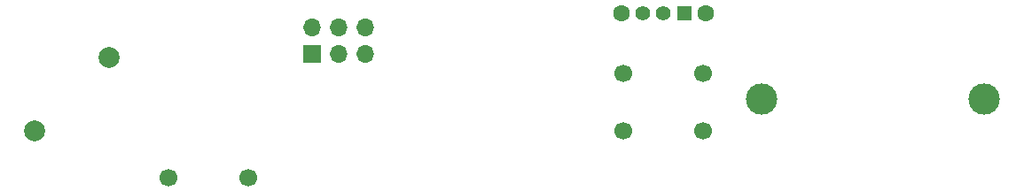
<source format=gbr>
%TF.GenerationSoftware,KiCad,Pcbnew,8.0.5*%
%TF.CreationDate,2024-12-02T23:37:23+00:00*%
%TF.ProjectId,piano-board,7069616e-6f2d-4626-9f61-72642e6b6963,rev?*%
%TF.SameCoordinates,Original*%
%TF.FileFunction,Soldermask,Bot*%
%TF.FilePolarity,Negative*%
%FSLAX46Y46*%
G04 Gerber Fmt 4.6, Leading zero omitted, Abs format (unit mm)*
G04 Created by KiCad (PCBNEW 8.0.5) date 2024-12-02 23:37:23*
%MOMM*%
%LPD*%
G01*
G04 APERTURE LIST*
%ADD10C,2.000000*%
%ADD11C,1.700000*%
%ADD12C,1.600000*%
%ADD13R,1.400000X1.400000*%
%ADD14C,1.400000*%
%ADD15C,3.000000*%
%ADD16R,1.700000X1.700000*%
%ADD17O,1.700000X1.700000*%
G04 APERTURE END LIST*
D10*
%TO.C,LS1*%
X164035534Y-46964466D03*
X156964466Y-54035534D03*
%TD*%
D11*
%TO.C,SW2*%
X213190000Y-48500000D03*
X220810000Y-48500000D03*
%TD*%
D12*
%TO.C,SW1*%
X221000000Y-42750000D03*
X213000000Y-42750000D03*
D13*
X219000000Y-42750000D03*
D14*
X217000000Y-42750000D03*
X215000000Y-42750000D03*
%TD*%
D11*
%TO.C,SW3*%
X213190000Y-54000000D03*
X220810000Y-54000000D03*
%TD*%
D15*
%TO.C,BT1*%
X226400000Y-51000000D03*
X247600000Y-51000000D03*
%TD*%
D16*
%TO.C,J1*%
X183475000Y-46700000D03*
D17*
X183475000Y-44160000D03*
X186015000Y-46700000D03*
X186015000Y-44160000D03*
X188555000Y-46700000D03*
X188555000Y-44160000D03*
%TD*%
D11*
%TO.C,SW4*%
X177310000Y-58500000D03*
X169690000Y-58500000D03*
%TD*%
M02*

</source>
